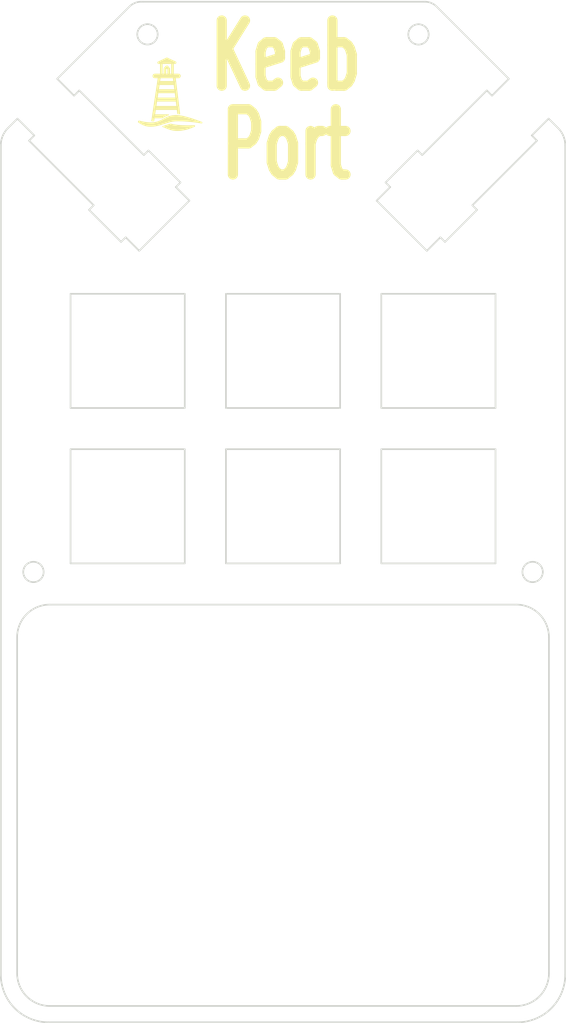
<source format=kicad_pcb>
(kicad_pcb (version 20240108) (generator "pcbnew") (generator_version "8.0")
  (layers (0 "F.Cu" signal) (31 "B.Cu" signal) (34 "B.Paste" user) (35 "F.Paste" user) (36 "B.SilkS" user "B.Silkscreen") (37 "F.SilkS" user "F.Silkscreen") (38 "B.Mask" user) (39 "F.Mask" user) (44 "Edge.Cuts" user))
  (net 0 "")
  (footprint "Keyboard_Components:KeebPort_Logo" (layer "F.Cu") (at 116.3 47.78)
    (property "Reference" "REF**" (hide yes))
    (property "Value" "KeebPort_Logo")
    (fp_poly (pts (xy 0.476724 3.185463) (xy 0.480305 3.185628) (xy 0.483878 3.185917) (xy 0.48744 3.186329) (xy 0.490988 3.186865) (xy 0.494519 3.187525) (xy 0.49803 3.188307) (xy 0.501516 3.189212) (xy 0.504975 3.19024) (xy 0.55749 3.206123) (xy 0.61221 3.221459) (xy 0.669158 3.236171) (xy 0.728356 3.250183) (xy 0.789825 3.263421) (xy 0.85359 3.275808) (xy 0.91967 3.287269) (xy 0.98809 3.297728) (xy 1.309934 3.337053) (xy 1.637183 3.36557) (xy 1.963557 3.384683) (xy 2.282777 3.395794) (xy 2.588565 3.400305) (xy 2.874641 3.39962) (xy 3.362543 3.388269) (xy 3.366965 3.388184) (xy 3.371353 3.388292) (xy 3.375702 3.388589) (xy 3.380006 3.389073) (xy 3.384261 3.38974) (xy 3.388462 3.390586) (xy 3.392605 3.391608) (xy 3.396685 3.392802) (xy 3.400698 3.394165) (xy 3.404638 3.395693) (xy 3.412282 3.399231) (xy 3.41958 3.403387) (xy 3.426495 3.408134) (xy 3.432989 3.413444) (xy 3.439025 3.419287) (xy 3.444565 3.425637) (xy 3.447137 3.428993) (xy 3.449572 3.432465) (xy 3.451863 3.43605) (xy 3.454007 3.439743) (xy 3.455999 3.443542) (xy 3.457835 3.447443) (xy 3.459509 3.451442) (xy 3.461016 3.455537) (xy 3.462353 3.459722) (xy 3.463515 3.463996) (xy 3.464488 3.468311) (xy 3.465265 3.47263) (xy 3.465848 3.47695) (xy 3.466239 3.481263) (xy 3.466457 3.489851) (xy 3.46594 3.498352) (xy 3.464707 3.506723) (xy 3.462779 3.514922) (xy 3.460175 3.522907) (xy 3.456916 3.530635) (xy 3.453021 3.538064) (xy 3.448511 3.545151) (xy 3.443405 3.551854) (xy 3.437725 3.55813) (xy 3.431489 3.563938) (xy 3.424718 3.569233) (xy 3.421138 3.571676) (xy 3.417432 3.573975) (xy 3.413602 3.576125) (xy 3.409651 3.57812) (xy 3.276563 3.637535) (xy 3.12925 3.699248) (xy 2.969192 3.761513) (xy 2.797869 3.822582) (xy 2.616759 3.88071) (xy 2.522998 3.908126) (xy 2.427344 3.934151) (xy 2.329985 3.958567) (xy 2.231103 3.981157) (xy 2.130885 4.001701) (xy 2.029516 4.019982) (xy 1.828414 4.050254) (xy 1.639948 4.071643) (xy 1.462777 4.084497) (xy 1.29556 4.089164) (xy 1.136954 4.085995) (xy 0.98562 4.075337) (xy 0.840217 4.057539) (xy 0.699402 4.032951) (xy 0.561834 4.001921) (xy 0.426174 3.964798) (xy 0.291078 3.921931) (xy 0.155207 3.873668) (xy -0.124227 3.762353) (xy -0.422858 3.633642) (xy -0.4491 3.622066) (xy -0.475026 3.610451) (xy -0.500629 3.598803) (xy -0.525905 3.587127) (xy -0.527732 3.586234) (xy -0.529513 3.585277) (xy -0.531247 3.584259) (xy -0.532932 3.58318) (xy -0.534568 3.582043) (xy -0.536153 3.580851) (xy -0.537687 3.579603) (xy -0.539169 3.578303) (xy -0.540597 3.576952) (xy -0.54197 3.575551) (xy -0.543287 3.574104) (xy -0.544547 3.572611) (xy -0.54575 3.571073) (xy -0.546894 3.569494) (xy -0.547977 3.567875) (xy -0.549 3.566218) (xy -0.54996 3.564523) (xy -0.550857 3.562794) (xy -0.55169 3.561032) (xy -0.552458 3.559239) (xy -0.553159 3.557416) (xy -0.553792 3.555565) (xy -0.554358 3.553689) (xy -0.554853 3.551788) (xy -0.555278 3.549865) (xy -0.555631 3.547922) (xy -0.555912 3.54596) (xy -0.556118 3.543981) (xy -0.55625 3.541987) (xy -0.556305 3.539979) (xy -0.556284 3.53796) (xy -0.556185 3.535931) (xy -0.555765 3.531914) (xy -0.555046 3.527983) (xy -0.554038 3.52415) (xy -0.552751 3.520429) (xy -0.551197 3.516832) (xy -0.549385 3.513374) (xy -0.547325 3.510068) (xy -0.545029 3.506926) (xy -0.542507 3.503961) (xy -0.539768 3.501188) (xy -0.536824 3.498619) (xy -0.533685 3.496267) (xy -0.530362 3.494146) (xy -0.526864 3.492269) (xy -0.523202 3.490648) (xy -0.519386 3.489298) (xy -0.455686 3.46933) (xy 0.000416 3.320897) (xy 0.112759 3.28516) (xy 0.224736 3.250897) (xy 0.336501 3.218569) (xy 0.448207 3.18864) (xy 0.451728 3.187804) (xy 0.455269 3.187093) (xy 0.458825 3.186508) (xy 0.462393 3.186049) (xy 0.465971 3.185715) (xy 0.469554 3.185506) (xy 0.47314 3.185422)) (fill solid) (layer "F.SilkS"))
    (fp_poly (pts (xy 1.332387 2.143982) (xy 1.503678 2.159573) (xy 1.685221 2.184663) (xy 1.875514 2.218374) (xy 2.073055 2.259827) (xy 2.276343 2.308145) (xy 2.694148 2.421864) (xy 3.116915 2.552507) (xy 3.532627 2.693049) (xy 3.929267 2.836467) (xy 4.29482 2.975738) (xy 4.299356 2.977477) (xy 4.303763 2.979413) (xy 4.308036 2.981537) (xy 4.312173 2.983845) (xy 4.31617 2.986328) (xy 4.320023 2.988981) (xy 4.32373 2.991797) (xy 4.327285 2.99477) (xy 4.330686 2.997891) (xy 4.33393 3.001156) (xy 4.337012 3.004557) (xy 4.33993 3.008087) (xy 4.34268 3.011741) (xy 4.345257 3.015511) (xy 4.34766 3.01939) (xy 4.349884 3.023372) (xy 4.351925 3.027451) (xy 4.353781 3.031619) (xy 4.355447 3.035871) (xy 4.356921 3.040199) (xy 4.358198 3.044596) (xy 4.359275 3.049057) (xy 4.360149 3.053574) (xy 4.360816 3.058141) (xy 4.361273 3.062751) (xy 4.361516 3.067398) (xy 4.361541 3.072074) (xy 4.361345 3.076773) (xy 4.360925 3.08149) (xy 4.360277 3.086215) (xy 4.359398 3.090945) (xy 4.358283 3.09567) (xy 4.356944 3.100338) (xy 4.355398 3.104893) (xy 4.353652 3.109332) (xy 4.351712 3.11365) (xy 4.349584 3.117845) (xy 4.347274 3.121911) (xy 4.344789 3.125844) (xy 4.342135 3.129641) (xy 4.339319 3.133297) (xy 4.336347 3.136808) (xy 4.333225 3.140171) (xy 4.329959 3.14338) (xy 4.326556 3.146432) (xy 4.323023 3.149324) (xy 4.319365 3.15205) (xy 4.315588 3.154606) (xy 4.3117 3.156989) (xy 4.307707 3.159195) (xy 4.303614 3.161219) (xy 4.299429 3.163058) (xy 4.295157 3.164706) (xy 4.290805 3.166161) (xy 4.28638 3.167418) (xy 4.281887 3.168472) (xy 4.277332 3.169321) (xy 4.272723 3.169959) (xy 4.268066 3.170383) (xy 4.263366 3.170589) (xy 4.258631 3.170572) (xy 4.253866 3.170329) (xy 4.249079 3.169854) (xy 4.244274 3.169145) (xy 3.915713 3.115626) (xy 3.556413 3.062976) (xy 3.172336 3.013804) (xy 2.769441 2.970717) (xy 2.353688 2.936324) (xy 1.931038 2.913233) (xy 1.50745 2.904051) (xy 1.297167 2.905492) (xy 1.088885 2.911388) (xy 0.887337 2.927281) (xy 0.687886 2.957271) (xy 0.489751 2.999022) (xy 0.292154 3.050201) (xy 0.094315 3.108472) (xy -0.104547 3.171499) (xy -0.508455 3.302483) (xy -0.715061 3.36577) (xy -0.925807 3.424474) (xy -1.141474 3.476259) (xy -1.362841 3.51879) (xy -1.590688 3.549733) (xy -1.825794 3.566752) (xy -1.946313 3.56931) (xy -2.068939 3.567512) (xy -2.19377 3.561066) (xy -2.320903 3.549679) (xy -2.393905 3.53993) (xy -2.467235 3.526662) (xy -2.540773 3.510073) (xy -2.614404 3.490365) (xy -2.688009 3.467738) (xy -2.761471 3.442391) (xy -2.834673 3.414527) (xy -2.907498 3.384344) (xy -2.979827 3.352043) (xy -3.051543 3.317824) (xy -3.122529 3.281889) (xy -3.192667 3.244436) (xy -3.329932 3.165781) (xy -3.462396 3.083463) (xy -3.468039 3.079678) (xy -3.473455 3.075673) (xy -3.478641 3.071456) (xy -3.483595 3.067038) (xy -3.488313 3.062427) (xy -3.492793 3.057634) (xy -3.497032 3.052668) (xy -3.501027 3.047538) (xy -3.504776 3.042253) (xy -3.508275 3.036824) (xy -3.511523 3.031259) (xy -3.514515 3.025568) (xy -3.51725 3.01976) (xy -3.519725 3.013844) (xy -3.521937 3.007831) (xy -3.523882 3.00173) (xy -3.525559 2.995549) (xy -3.526965 2.989299) (xy -3.528096 2.982989) (xy -3.52895 2.976628) (xy -3.529524 2.970226) (xy -3.529816 2.963792) (xy -3.529823 2.957335) (xy -3.529541 2.950866) (xy -3.528969 2.944393) (xy -3.528103 2.937926) (xy -3.526941 2.931474) (xy -3.525479 2.925047) (xy -3.523715 2.918654) (xy -3.521647 2.912305) (xy -3.519271 2.906008) (xy -3.516585 2.899774) (xy -3.513613 2.893665) (xy -3.510391 2.887751) (xy -3.506929 2.882035) (xy -3.503234 2.876522) (xy -3.499317 2.871216) (xy -3.495186 2.866121) (xy -3.490849 2.86124) (xy -3.486317 2.856579) (xy -3.481598 2.85214) (xy -3.476701 2.847929) (xy -3.471634 2.843948) (xy -3.466408 2.840203) (xy -3.46103 2.836697) (xy -3.45551 2.833434) (xy -3.449857 2.830419) (xy -3.44408 2.827654) (xy -3.438187 2.825145) (xy -3.432188 2.822896) (xy -3.426091 2.82091) (xy -3.419906 2.819191) (xy -3.413641 2.817744) (xy -3.407306 2.816573) (xy -3.40091 2.815681) (xy -3.39446 2.815073) (xy -3.387967 2.814752) (xy -3.38144 2.814724) (xy -3.374886 2.814991) (xy -3.368316 2.815558) (xy -3.361738 2.816429) (xy -3.355161 2.817608) (xy -3.348594 2.819099) (xy -3.342047 2.820906) (xy -3.221767 2.855406) (xy -3.095502 2.888319) (xy -2.963393 2.919225) (xy -2.825581 2.947704) (xy -2.682207 2.973336) (xy -2.533412 2.995702) (xy -2.379336 3.01438) (xy -2.220121 3.02895) (xy -2.064767 3.037921) (xy -1.918864 3.040556) (xy -1.781785 3.037251) (xy -1.652903 3.028402) (xy -1.531591 3.014406) (xy -1.417223 2.995659) (xy -1.309172 2.972557) (xy -1.206809 2.945497) (xy -1.10951 2.914874) (xy -1.016647 2.881085) (xy -0.927592 2.844526) (xy -0.84172 2.805594) (xy -0.677015 2.722194) (xy -0.517516 2.634055) (xy -0.358208 2.544348) (xy -0.194076 2.456242) (xy -0.020105 2.372908) (xy 0.072137 2.334021) (xy 0.168719 2.297516) (xy 0.270268 2.263789) (xy 0.377412 2.233236) (xy 0.490776 2.206253) (xy 0.610988 2.183237) (xy 0.738675 2.164585) (xy 0.874463 2.150691) (xy 1.018979 2.141954) (xy 1.172851 2.138768)) (fill solid) (layer "F.SilkS"))
    (fp_poly (pts (xy 0.020065 -4.910471) (xy 0.028574 -4.909777) (xy 0.037048 -4.908619) (xy 0.045467 -4.906999) (xy 0.053815 -4.904916) (xy 0.062072 -4.902369) (xy 0.070222 -4.89936) (xy 0.078245 -4.895888) (xy 1.085983 -4.425696) (xy 1.092147 -4.422659) (xy 1.098129 -4.419381) (xy 1.103924 -4.41587) (xy 1.109529 -4.412135) (xy 1.11494 -4.408184) (xy 1.120153 -4.404024) (xy 1.125163 -4.399663) (xy 1.129967 -4.39511) (xy 1.134562 -4.390372) (xy 1.138942 -4.385458) (xy 1.143104 -4.380375) (xy 1.147044 -4.375132) (xy 1.150757 -4.369736) (xy 1.154241 -4.364196) (xy 1.157491 -4.35852) (xy 1.160503 -4.352714) (xy 1.163273 -4.346789) (xy 1.165797 -4.34075) (xy 1.168072 -4.334608) (xy 1.170092 -4.328369) (xy 1.171855 -4.322041) (xy 1.173355 -4.315633) (xy 1.174591 -4.309153) (xy 1.175556 -4.302608) (xy 1.176248 -4.296006) (xy 1.176661 -4.289357) (xy 1.176794 -4.282666) (xy 1.17664 -4.275944) (xy 1.176198 -4.269196) (xy 1.175461 -4.262433) (xy 1.174427 -4.255661) (xy 1.173091 -4.248888) (xy 1.171464 -4.24221) (xy 1.16956 -4.235656) (xy 1.167388 -4.229233) (xy 1.164955 -4.222947) (xy 1.162267 -4.216803) (xy 1.159331 -4.210808) (xy 1.156155 -4.204965) (xy 1.152746 -4.199283) (xy 1.149111 -4.193765) (xy 1.145256 -4.188418) (xy 1.141189 -4.183248) (xy 1.136918 -4.17826) (xy 1.132448 -4.173459) (xy 1.127787 -4.168852) (xy 1.122942 -4.164445) (xy 1.11792 -4.160242) (xy 1.112729 -4.15625) (xy 1.107374 -4.152474) (xy 1.101864 -4.14892) (xy 1.096206 -4.145594) (xy 1.090406 -4.142501) (xy 1.084471 -4.139647) (xy 1.078409 -4.137038) (xy 1.072226 -4.13468) (xy 1.06593 -4.132578) (xy 1.059528 -4.130737) (xy 1.053026 -4.129164) (xy 1.046432 -4.127865) (xy 1.039753 -4.126844) (xy 1.032996 -4.126108) (xy 1.026168 -4.125662) (xy 1.019276 -4.125512) (xy 0.855745 -4.125512) (xy 0.855745 -2.933841) (xy 1.424379 -2.933841) (xy 1.438772 -2.933476) (xy 1.452976 -2.932392) (xy 1.466974 -2.930608) (xy 1.480749 -2.928141) (xy 1.494282 -2.925008) (xy 1.507557 -2.921228) (xy 1.520555 -2.916818) (xy 1.53326 -2.911796) (xy 1.545652 -2.906179) (xy 1.557715 -2.899986) (xy 1.569432 -2.893234) (xy 1.580784 -2.885941) (xy 1.591754 -2.878125) (xy 1.602324 -2.869802) (xy 1.612477 -2.860992) (xy 1.622195 -2.851711) (xy 1.63146 -2.841978) (xy 1.640255 -2.83181) (xy 1.648563 -2.821225) (xy 1.656365 -2.810241) (xy 1.663644 -2.798875) (xy 1.670383 -2.787145) (xy 1.676563 -2.775069) (xy 1.682168 -2.762665) (xy 1.687179 -2.74995) (xy 1.691579 -2.736942) (xy 1.69535 -2.723658) (xy 1.698476 -2.710118) (xy 1.700937 -2.696337) (xy 1.702717 -2.682334) (xy 1.703798 -2.668127) (xy 1.704162 -2.653734) (xy 1.703798 -2.639341) (xy 1.702717 -2.625137) (xy 1.700937 -2.611139) (xy 1.698476 -2.597364) (xy 1.69535 -2.58383) (xy 1.691579 -2.570556) (xy 1.687179 -2.557557) (xy 1.682168 -2.544853) (xy 1.676563 -2.532461) (xy 1.670383 -2.520397) (xy 1.663644 -2.508681) (xy 1.656365 -2.497329) (xy 1.648563 -2.486359) (xy 1.640255 -2.475789) (xy 1.63146 -2.465636) (xy 1.622195 -2.455918) (xy 1.612477 -2.446653) (xy 1.602324 -2.437857) (xy 1.591754 -2.42955) (xy 1.580784 -2.421748) (xy 1.569432 -2.414469) (xy 1.557715 -2.40773) (xy 1.545652 -2.40155) (xy 1.53326 -2.395945) (xy 1.520555 -2.390934) (xy 1.507557 -2.386534) (xy 1.494282 -2.382762) (xy 1.480749 -2.379637) (xy 1.466974 -2.377175) (xy 1.452976 -2.375395) (xy 1.438772 -2.374314) (xy 1.424379 -2.37395) (xy 1.097965 -2.37395) (xy 1.633569 1.942941) (xy 1.634131 1.948464) (xy 1.634365 1.953975) (xy 1.634275 1.959461) (xy 1.633867 1.96491) (xy 1.633146 1.97031) (xy 1.632117 1.975648) (xy 1.630786 1.980913) (xy 1.629157 1.98609) (xy 1.627236 1.99117) (xy 1.625028 1.996138) (xy 1.622538 2.000983) (xy 1.619771 2.005692) (xy 1.616733 2.010253) (xy 1.613429 2.014654) (xy 1.609865 2.018882) (xy 1.606044 2.022925) (xy 1.602001 2.026799) (xy 1.597773 2.030405) (xy 1.593372 2.033739) (xy 1.58881 2.036799) (xy 1.584101 2.039582) (xy 1.579256 2.042085) (xy 1.574288 2.044306) (xy 1.569209 2.046241) (xy 1.564031 2.047887) (xy 1.558767 2.049243) (xy 1.553429 2.050304) (xy 1.548029 2.051068) (xy 1.54258 2.051532) (xy 1.537094 2.051694) (xy 1.531583 2.051551) (xy 1.52606 2.051099) (xy 1.486725 2.046727) (xy 1.447937 2.042841) (xy 1.409756 2.039441) (xy 1.372244 2.036526) (xy 1.367899 2.036158) (xy 1.363612 2.035602) (xy 1.359387 2.034863) (xy 1.355226 2.033943) (xy 1.351136 2.032849) (xy 1.34712 2.031583) (xy 1.343181 2.030149) (xy 1.339325 2.028552) (xy 1.335555 2.026796) (xy 1.331875 2.024884) (xy 1.328291 2.022821) (xy 1.324805 2.020611) (xy 1.321421 2.018257) (xy 1.318145 2.015764) (xy 1.314981 2.013136) (xy 1.311931 2.010377) (xy 1.309001 2.007491) (xy 1.306195 2.004482) (xy 1.303517 2.001353) (xy 1.300971 1.99811) (xy 1.29856 1.994755) (xy 1.296291 1.991294) (xy 1.294165 1.98773) (xy 1.292188 1.984066) (xy 1.290364 1.980308) (xy 1.288697 1.976459) (xy 1.287191 1.972524) (xy 1.28585 1.968505) (xy 1.284678 1.964408) (xy 1.28368 1.960236) (xy 1.28286 1.955993) (xy 1.282221 1.951684) (xy 1.227494 1.511932) (xy -1.343665 1.511932) (xy -1.424621 2.049155) (xy 0.187697 2.049155) (xy 0.190598 2.04928) (xy 0.193468 2.049531) (xy 0.196306 2.049906) (xy 0.199108 2.050403) (xy 0.201871 2.051019) (xy 0.204592 2.05175) (xy 0.207267 2.052596) (xy 0.209894 2.053552) (xy 0.212469 2.054618) (xy 0.214989 2.055789) (xy 0.217451 2.057064) (xy 0.219852 2.058439) (xy 0.222189 2.059914) (xy 0.224458 2.061484) (xy 0.226657 2.063147) (xy 0.228782 2.064901) (xy 0.23083 2.066744) (xy 0.232798 2.068672) (xy 0.234683 2.070683) (xy 0.236482 2.072775) (xy 0.238192 2.074944) (xy 0.239808 2.07719) (xy 0.24133 2.079508) (xy 0.242752 2.081897) (xy 0.244072 2.084353) (xy 0.245287 2.086875) (xy 0.246394 2.089459) (xy 0.24739 2.092104) (xy 0.248271 2.094806) (xy 0.249034 2.097563) (xy 0.249677 2.100373) (xy 0.250195 2.103233) (xy 0.250555 2.106114) (xy 0.250786 2.108985) (xy 0.25089 2.111844) (xy 0.250869 2.114687) (xy 0.250724 2.117511) (xy 0.250459 2.120311) (xy 0.249573 2.12583) (xy 0.248225 2.131216) (xy 0.246432 2.136442) (xy 0.24421 2.14148) (xy 0.241573 2.146302) (xy 0.238538 2.150882) (xy 0.23512 2.155191) (xy 0.231335 2.159202) (xy 0.227198 2.162888) (xy 0.225003 2.1646) (xy 0.222726 2.166221) (xy 0.220368 2.167746) (xy 0.217933 2.169173) (xy 0.215422 2.170498) (xy 0.212836 2.171718) (xy 0.210178 2.172829) (xy 0.20745 2.173827) (xy 0.154183 2.191896) (xy 0.102277 2.21073) (xy 0.051646 2.230274) (xy 0.002201 2.250472) (xy -0.09348 2.292613) (xy -0.185469 2.336711) (xy -0.274468 2.382327) (xy -0.361179 2.42902) (xy -0.530544 2.52388) (xy -0.533299 2.525356) (xy -0.536096 2.526747) (xy -0.538933 2.528052) (xy -0.541807 2.529269) (xy -0.544715 2.530396) (xy -0.547655 2.531434) (xy -0.550623 2.532379) (xy -0.553616 2.53323) (xy -0.556633 2.533987) (xy -0.559669 2.534648) (xy -0.562723 2.535211) (xy -0.56579 2.535674) (xy -0.568869 2.536038) (xy -0.571957 2.536299) (xy -0.57505 2.536456) (xy -0.578146 2.536509) (xy -1.497805 2.536509) (xy -1.542816 2.835398) (xy -1.543507 2.839467) (xy -1.544363 2.843473) (xy -1.545381 2.847414) (xy -1.546557 2.851285) (xy -1.547886 2.855084) (xy -1.549366 2.858806) (xy -1.550993 2.86245) (xy -1.552764 2.86601) (xy -1.554673 2.869484) (xy -1.556719 2.872868) (xy -1.558896 2.876159) (xy -1.561202 2.879354) (xy -1.563633 2.882448) (xy -1.566184 2.885439) (xy -1.568854 2.888323) (xy -1.571636 2.891096) (xy -1.574529 2.893756) (xy -1.577529 2.896298) (xy -1.580631 2.898719) (xy -1.583832 2.901017) (xy -1.587128 2.903187) (xy -1.590516 2.905225) (xy -1.593992 2.90713) (xy -1.597553 2.908896) (xy -1.601193 2.910521) (xy -1.604911 2.912001) (xy -1.608703 2.913333) (xy -1.612564 2.914513) (xy -1.61649 2.915539) (xy -1.620479 2.916405) (xy -1.624527 2.91711) (xy -1.628629 2.917649) (xy -1.668647 2.921287) (xy -1.709545 2.924409) (xy -1.751354 2.926985) (xy -1.794103 2.928983) (xy -1.799494 2.929018) (xy -1.804851 2.928761) (xy -1.810163 2.928215) (xy -1.81542 2.927384) (xy -1.82061 2.926273) (xy -1.825724 2.924885) (xy -1.830748 2.923223) (xy -1.835674 2.921292) (xy -1.84049 2.919095) (xy -1.845185 2.916637) (xy -1.849747 2.913921) (xy -1.854168 2.91095) (xy -1.858434 2.907729) (xy -1.862536 2.904261) (xy -1.866462 2.90055) (xy -1.870202 2.8966) (xy -1.873715 2.892504) (xy -1.876969 2.888238) (xy -1.879959 2.883815) (xy -1.882684 2.879246) (xy -1.885142 2.874544) (xy -1.88733 2.869722) (xy -1.889245 2.864792) (xy -1.890886 2.859766) (xy -1.89225 2.854657) (xy -1.893334 2.849476) (xy -1.894137 2.844236) (xy -1.894656 2.83895) (xy -1.894888 2.83363) (xy -1.894831 2.828288) (xy -1.894483 2.822936) (xy -1.893841 2.817588) (xy -1.624084 1.024578) (xy -1.270157 1.024578) (xy 1.167263 1.024578) (xy 1.100232 0.487355) (xy -1.189525 0.487355) (xy -1.270157 1.024578) (xy -1.624084 1.024578) (xy -1.469937 0) (xy -1.116017 0) (xy 1.04 0) (xy 0.973292 -0.537223) (xy -1.035385 -0.537223) (xy -1.116017 0) (xy -1.469937 0) (xy -1.315791 -1.024578) (xy -0.961877 -1.024578) (xy 0.912738 -1.024578) (xy 0.847973 -1.545286) (xy -0.883512 -1.545286) (xy -0.961877 -1.024578) (xy -1.315791 -1.024578) (xy -1.164177 -2.032316) (xy -0.810328 -2.032316) (xy 0.787742 -2.032316) (xy 0.745321 -2.37395) (xy -0.75884 -2.37395) (xy -0.810328 -2.032316) (xy -1.164177 -2.032316) (xy -1.112779 -2.37395) (xy -1.464775 -2.37395) (xy -1.479168 -2.374314) (xy -1.493375 -2.375395) (xy -1.507378 -2.377175) (xy -1.521159 -2.379637) (xy -1.534699 -2.382762) (xy -1.547983 -2.386534) (xy -1.560991 -2.390934) (xy -1.573706 -2.395945) (xy -1.58611 -2.40155) (xy -1.598186 -2.40773) (xy -1.609916 -2.414469) (xy -1.621282 -2.421748) (xy -1.632266 -2.42955) (xy -1.642851 -2.437857) (xy -1.653019 -2.446653) (xy -1.662752 -2.455918) (xy -1.672033 -2.465636) (xy -1.680843 -2.475789) (xy -1.689166 -2.486359) (xy -1.696982 -2.497329) (xy -1.704275 -2.508681) (xy -1.711027 -2.520397) (xy -1.71722 -2.532461) (xy -1.722837 -2.544853) (xy -1.727859 -2.557557) (xy -1.732269 -2.570556) (xy -1.736049 -2.58383) (xy -1.739182 -2.597364) (xy -1.741649 -2.611139) (xy -1.743433 -2.625137) (xy -1.744517 -2.639341) (xy -1.744882 -2.653734) (xy -1.744517 -2.668127) (xy -1.743433 -2.682334) (xy -1.741649 -2.696337) (xy -1.739182 -2.710118) (xy -1.736049 -2.723658) (xy -1.732269 -2.736942) (xy -1.727859 -2.74995) (xy -1.722837 -2.762665) (xy -1.71722 -2.775069) (xy -1.711027 -2.787145) (xy -1.704275 -2.798875) (xy -1.696982 -2.810241) (xy -1.689166 -2.821225) (xy -1.680843 -2.83181) (xy -1.672033 -2.841978) (xy -1.662752 -2.851711) (xy -1.653019 -2.860992) (xy -1.642851 -2.869802) (xy -1.632266 -2.878125) (xy -1.621282 -2.885941) (xy -1.609916 -2.893234) (xy -1.598186 -2.899986) (xy -1.58611 -2.906179) (xy -1.573706 -2.911796) (xy -1.560991 -2.916818) (xy -1.547983 -2.921228) (xy -1.534699 -2.925008) (xy -1.521159 -2.928141) (xy -1.507378 -2.930608) (xy -1.493375 -2.932392) (xy -1.479168 -2.933476) (xy -1.464775 -2.933841) (xy -0.832671 -2.933841) (xy -0.517915 -2.933841) (xy -0.391624 -2.933841) (xy -0.0678 -2.933841) (xy 0.074034 -2.933841) (xy 0.074034 -3.461025) (xy 0.003117 -3.546839) (xy -0.0678 -3.461025) (xy -0.0678 -2.933841) (xy -0.391624 -2.933841) (xy -0.391624 -3.519314) (xy -0.391473 -3.526398) (xy -0.391021 -3.533435) (xy -0.390271 -3.540419) (xy -0.389226 -3.54734) (xy -0.387888 -3.554191) (xy -0.386262 -3.560964) (xy -0.384349 -3.567651) (xy -0.382152 -3.574243) (xy -0.379674 -3.580732) (xy -0.376919 -3.587112) (xy -0.373888 -3.593372) (xy -0.370585 -3.599506) (xy -0.367013 -3.605505) (xy -0.363174 -3.611362) (xy -0.359071 -3.617067) (xy -0.354708 -3.622614) (xy -0.159118 -3.858681) (xy -0.151423 -3.867487) (xy -0.143288 -3.875804) (xy -0.134739 -3.883621) (xy -0.1258 -3.890927) (xy -0.116494 -3.897711) (xy -0.106847 -3.903963) (xy -0.096881 -3.909671) (xy -0.086622 -3.914824) (xy -0.076094 -3.919412) (xy -0.06532 -3.923424) (xy -0.054325 -3.926848) (xy -0.043134 -3.929674) (xy -0.03177 -3.931892) (xy -0.020257 -3.933489) (xy -0.00862 -3.934455) (xy 0.003117 -3.93478) (xy 0.014797 -3.934455) (xy 0.026384 -3.933489) (xy 0.037854 -3.931892) (xy 0.049181 -3.929674) (xy 0.060341 -3.926848) (xy 0.07131 -3.923424) (xy 0.082062 -3.919412) (xy 0.092573 -3.914824) (xy 0.102819 -3.909671) (xy 0.112774 -3.903963) (xy 0.122415 -3.897711) (xy 0.131716 -3.890927) (xy 0.140652 -3.883621) (xy 0.1492 -3.875804) (xy 0.157333 -3.867487) (xy 0.165029 -3.858681) (xy 0.360619 -3.622614) (xy 0.364986 -3.617067) (xy 0.369099 -3.611362) (xy 0.372954 -3.605505) (xy 0.376547 -3.599506) (xy 0.379874 -3.593372) (xy 0.382932 -3.587112) (xy 0.385717 -3.580732) (xy 0.388224 -3.574243) (xy 0.390451 -3.567651) (xy 0.392394 -3.560964) (xy 0.394048 -3.554191) (xy 0.395409 -3.54734) (xy 0.396475 -3.540419) (xy 0.397241 -3.533435) (xy 0.397703 -3.526398) (xy 0.397858 -3.519314) (xy 0.397858 -2.933841) (xy 0.540988 -2.933841) (xy 0.540988 -4.125512) (xy -0.517915 -4.125512) (xy -0.517915 -2.933841) (xy -0.832671 -2.933841) (xy -0.832671 -4.125512) (xy -0.996202 -4.125512) (xy -1.003094 -4.125662) (xy -1.009922 -4.126108) (xy -1.01668 -4.126844) (xy -1.023359 -4.127865) (xy -1.029952 -4.129164) (xy -1.036454 -4.130737) (xy -1.042856 -4.132578) (xy -1.049152 -4.13468) (xy -1.055335 -4.137038) (xy -1.061397 -4.139647) (xy -1.073132 -4.145594) (xy -1.084301 -4.152474) (xy -1.094847 -4.160242) (xy -1.104714 -4.168852) (xy -1.113844 -4.17826) (xy -1.122183 -4.188418) (xy -1.126038 -4.193765) (xy -1.129673 -4.199283) (xy -1.133082 -4.204965) (xy -1.136258 -4.210808) (xy -1.139194 -4.216803) (xy -1.141882 -4.222947) (xy -1.144315 -4.229233) (xy -1.146487 -4.235656) (xy -1.14839 -4.24221) (xy -1.150018 -4.248888) (xy -1.151355 -4.255661) (xy -1.152391 -4.262433) (xy -1.15358 -4.275944) (xy -1.153616 -4.289357) (xy -1.152528 -4.302608) (xy -1.150347 -4.315633) (xy -1.147104 -4.328369) (xy -1.142828 -4.34075) (xy -1.137551 -4.352714) (xy -1.131302 -4.364196) (xy -1.124112 -4.375132) (xy -1.116012 -4.385458) (xy -1.107031 -4.39511) (xy -1.0972 -4.404024) (xy -1.086549 -4.412135) (xy -1.080926 -4.41587) (xy -1.075109 -4.419381) (xy -1.069102 -4.422659) (xy -1.06291 -4.425696) (xy -0.055171 -4.895888) (xy -0.047148 -4.89936) (xy -0.038999 -4.902369) (xy -0.030741 -4.904916) (xy -0.022394 -4.906999) (xy -0.013974 -4.908619) (xy -0.005501 -4.909777) (xy 0.003009 -4.910471) (xy 0.011537 -4.910703)) (fill solid) (layer "F.SilkS"))
    (fp_text user "Port" (at 14.65 5.79 0) (layer "F.SilkS") (effects (font (size 8 5) (thickness 1.25))))
    (fp_text user "Keeb" (at 14.59 -5.09 0) (layer "F.SilkS") (effects (font (size 8 5) (thickness 1.25))))
  )
  (gr_line (start 123.55 104.88) (end 123.55 90.88) (stroke (width 0.2)) (layer "Edge.Cuts"))
  (gr_line (start 156.6 85.83) (end 142.6 85.83) (stroke (width 0.2)) (layer "Edge.Cuts"))
  (gr_line (start 156.6 71.83) (end 156.6 85.83) (stroke (width 0.2)) (layer "Edge.Cuts"))
  (gr_line (start 118.5 90.88) (end 118.5 104.88) (stroke (width 0.2)) (layer "Edge.Cuts"))
  (gr_line (start 104.5 104.88) (end 104.5 90.88) (stroke (width 0.2)) (layer "Edge.Cuts"))
  (gr_line (start 100.050683 52.421002) (end 97.98709 50.35741) (stroke (width 0.2)) (layer "Edge.Cuts"))
  (gr_line (start 142.028145 60.411309) (end 143.689846 58.749608) (stroke (width 0.2)) (layer "Edge.Cuts"))
  (gr_circle (center 161.15 105.93) (end 159.9 105.93) (stroke (width 0.2)) (fill none) (layer "Edge.Cuts"))
  (gr_line (start 147.614288 54.825165) (end 155.533884 46.905569) (stroke (width 0.2)) (layer "Edge.Cuts"))
  (gr_line (start 158.233873 45.478373) (end 149.371286 36.615786) (stroke (width 0.2)) (layer "Edge.Cuts"))
  (gr_line (start 104.5 85.83) (end 104.5 71.83) (stroke (width 0.2)) (layer "Edge.Cuts"))
  (gr_line (start 156.17028 47.541965) (end 158.233873 45.478373) (stroke (width 0.2)) (layer "Edge.Cuts"))
  (gr_line (start 148.179974 66.563138) (end 142.028145 60.411309) (stroke (width 0.2)) (layer "Edge.Cuts"))
  (gr_line (start 106.768197 61.542679) (end 107.333883 60.976994) (stroke (width 0.2)) (layer "Edge.Cuts"))
  (gr_line (start 137.55 104.88) (end 123.55 104.88) (stroke (width 0.2)) (layer "Edge.Cuts"))
  (gr_line (start 118.5 71.83) (end 118.5 85.83) (stroke (width 0.2)) (layer "Edge.Cuts"))
  (gr_line (start 155.533884 46.905569) (end 156.17028 47.541965) (stroke (width 0.2)) (layer "Edge.Cuts"))
  (gr_arc (start 95.95 53.637141) (mid 96.178348 52.489082) (end 96.82868 51.51582) (stroke (width 0.2)) (layer "Edge.Cuts"))
  (gr_line (start 149.841675 64.901437) (end 148.179974 66.563138) (stroke (width 0.2)) (layer "Edge.Cuts"))
  (gr_line (start 159.15 109.93) (end 101.95 109.93) (stroke (width 0.2)) (layer "Edge.Cuts"))
  (gr_line (start 147.048603 54.25948) (end 147.614288 54.825165) (stroke (width 0.2)) (layer "Edge.Cuts"))
  (gr_line (start 105.566116 46.905569) (end 113.485712 54.825165) (stroke (width 0.2)) (layer "Edge.Cuts"))
  (gr_line (start 107.333883 60.976994) (end 99.414287 53.057398) (stroke (width 0.2)) (layer "Edge.Cuts"))
  (gr_line (start 153.766117 60.976994) (end 154.331803 61.542679) (stroke (width 0.2)) (layer "Edge.Cuts"))
  (gr_line (start 101.95 159.13) (end 159.15 159.13) (stroke (width 0.2)) (layer "Edge.Cuts"))
  (gr_line (start 104.5 90.88) (end 118.5 90.88) (stroke (width 0.2)) (layer "Edge.Cuts"))
  (gr_arc (start 97.95 113.93) (mid 99.121573 111.101573) (end 101.95 109.93) (stroke (width 0.2)) (layer "Edge.Cuts"))
  (gr_line (start 163.15 155.13) (end 163.15 113.93) (stroke (width 0.2)) (layer "Edge.Cuts"))
  (gr_line (start 161.685713 53.057398) (end 153.766117 60.976994) (stroke (width 0.2)) (layer "Edge.Cuts"))
  (gr_arc (start 101.95 159.13) (mid 99.121573 157.958427) (end 97.95 155.13) (stroke (width 0.2)) (layer "Edge.Cuts"))
  (gr_line (start 154.331803 61.542679) (end 150.40736 65.467122) (stroke (width 0.2)) (layer "Edge.Cuts"))
  (gr_arc (start 164.27132 51.51582) (mid 164.921639 52.48909) (end 165.15 53.637141) (stroke (width 0.2)) (layer "Edge.Cuts"))
  (gr_line (start 111.728714 36.615786) (end 102.866127 45.478373) (stroke (width 0.2)) (layer "Edge.Cuts"))
  (gr_line (start 150.40736 65.467122) (end 149.841675 64.901437) (stroke (width 0.2)) (layer "Edge.Cuts"))
  (gr_line (start 156.6 90.88) (end 156.6 104.88) (stroke (width 0.2)) (layer "Edge.Cuts"))
  (gr_line (start 137.55 90.88) (end 137.55 104.88) (stroke (width 0.2)) (layer "Edge.Cuts"))
  (gr_line (start 137.55 71.83) (end 137.55 85.83) (stroke (width 0.2)) (layer "Edge.Cuts"))
  (gr_line (start 123.55 71.83) (end 137.55 71.83) (stroke (width 0.2)) (layer "Edge.Cuts"))
  (gr_line (start 142.6 90.88) (end 156.6 90.88) (stroke (width 0.2)) (layer "Edge.Cuts"))
  (gr_line (start 164.27132 51.51582) (end 163.11291 50.35741) (stroke (width 0.2)) (layer "Edge.Cuts"))
  (gr_line (start 118.5 104.88) (end 104.5 104.88) (stroke (width 0.2)) (layer "Edge.Cuts"))
  (gr_line (start 117.410154 58.749608) (end 119.071855 60.411309) (stroke (width 0.2)) (layer "Edge.Cuts"))
  (gr_line (start 143.12416 58.183922) (end 147.048603 54.25948) (stroke (width 0.2)) (layer "Edge.Cuts"))
  (gr_circle (center 113.931869 40.026403) (end 112.681869 40.026403) (stroke (width 0.2)) (fill none) (layer "Edge.Cuts"))
  (gr_line (start 95.95 53.637141) (end 95.95 155.28) (stroke (width 0.2)) (layer "Edge.Cuts"))
  (gr_line (start 117.97584 58.183922) (end 117.410154 58.749608) (stroke (width 0.2)) (layer "Edge.Cuts"))
  (gr_arc (start 165.15 155.28) (mid 163.436575 159.416575) (end 159.3 161.13) (stroke (width 0.2)) (layer "Edge.Cuts"))
  (gr_line (start 99.414287 53.057398) (end 100.050683 52.421002) (stroke (width 0.2)) (layer "Edge.Cuts"))
  (gr_line (start 142.6 104.88) (end 142.6 90.88) (stroke (width 0.2)) (layer "Edge.Cuts"))
  (gr_arc (start 101.8 161.13) (mid 97.663425 159.416575) (end 95.95 155.28) (stroke (width 0.2)) (layer "Edge.Cuts"))
  (gr_arc (start 159.15 109.93) (mid 161.978427 111.101573) (end 163.15 113.93) (stroke (width 0.2)) (layer "Edge.Cuts"))
  (gr_line (start 161.049317 52.421002) (end 161.685713 53.057398) (stroke (width 0.2)) (layer "Edge.Cuts"))
  (gr_line (start 118.5 85.83) (end 104.5 85.83) (stroke (width 0.2)) (layer "Edge.Cuts"))
  (gr_line (start 165.15 155.28) (end 165.15 53.637141) (stroke (width 0.2)) (layer "Edge.Cuts"))
  (gr_line (start 137.55 85.83) (end 123.55 85.83) (stroke (width 0.2)) (layer "Edge.Cuts"))
  (gr_circle (center 147.157707 40.035952) (end 145.907707 40.035952) (stroke (width 0.2)) (fill none) (layer "Edge.Cuts"))
  (gr_line (start 102.866127 45.478373) (end 104.92972 47.541965) (stroke (width 0.2)) (layer "Edge.Cuts"))
  (gr_arc (start 111.728714 36.615786) (mid 112.377562 36.18225) (end 113.142927 36.03) (stroke (width 0.2)) (layer "Edge.Cuts"))
  (gr_line (start 113.485712 54.825165) (end 114.051397 54.25948) (stroke (width 0.2)) (layer "Edge.Cuts"))
  (gr_line (start 163.11291 50.35741) (end 161.049317 52.421002) (stroke (width 0.2)) (layer "Edge.Cuts"))
  (gr_line (start 97.95 113.93) (end 97.95 155.13) (stroke (width 0.2)) (layer "Edge.Cuts"))
  (gr_line (start 119.071855 60.411309) (end 112.920026 66.563138) (stroke (width 0.2)) (layer "Edge.Cuts"))
  (gr_line (start 97.98709 50.35741) (end 96.82868 51.51582) (stroke (width 0.2)) (layer "Edge.Cuts"))
  (gr_line (start 111.258325 64.901437) (end 110.69264 65.467122) (stroke (width 0.2)) (layer "Edge.Cuts"))
  (gr_line (start 104.5 71.83) (end 118.5 71.83) (stroke (width 0.2)) (layer "Edge.Cuts"))
  (gr_line (start 104.92972 47.541965) (end 105.566116 46.905569) (stroke (width 0.2)) (layer "Edge.Cuts"))
  (gr_line (start 123.55 85.83) (end 123.55 71.83) (stroke (width 0.2)) (layer "Edge.Cuts"))
  (gr_line (start 147.957073 36.03) (end 113.142927 36.03) (stroke (width 0.2)) (layer "Edge.Cuts"))
  (gr_line (start 143.689846 58.749608) (end 143.12416 58.183922) (stroke (width 0.2)) (layer "Edge.Cuts"))
  (gr_arc (start 147.957073 36.03) (mid 148.72244 36.182241) (end 149.371286 36.615786) (stroke (width 0.2)) (layer "Edge.Cuts"))
  (gr_line (start 110.69264 65.467122) (end 106.768197 61.542679) (stroke (width 0.2)) (layer "Edge.Cuts"))
  (gr_line (start 112.920026 66.563138) (end 111.258325 64.901437) (stroke (width 0.2)) (layer "Edge.Cuts"))
  (gr_arc (start 163.15 155.13) (mid 161.978427 157.958427) (end 159.15 159.13) (stroke (width 0.2)) (layer "Edge.Cuts"))
  (gr_line (start 142.6 71.83) (end 156.6 71.83) (stroke (width 0.2)) (layer "Edge.Cuts"))
  (gr_circle (center 99.95 105.93) (end 98.7 105.93) (stroke (width 0.2)) (fill none) (layer "Edge.Cuts"))
  (gr_line (start 123.55 90.88) (end 137.55 90.88) (stroke (width 0.2)) (layer "Edge.Cuts"))
  (gr_line (start 156.6 104.88) (end 142.6 104.88) (stroke (width 0.2)) (layer "Edge.Cuts"))
  (gr_line (start 101.8 161.13) (end 159.3 161.13) (stroke (width 0.2)) (layer "Edge.Cuts"))
  (gr_line (start 114.051397 54.25948) (end 117.97584 58.183922) (stroke (width 0.2)) (layer "Edge.Cuts"))
  (gr_line (start 142.6 85.83) (end 142.6 71.83) (stroke (width 0.2)) (layer "Edge.Cuts"))
)
</source>
